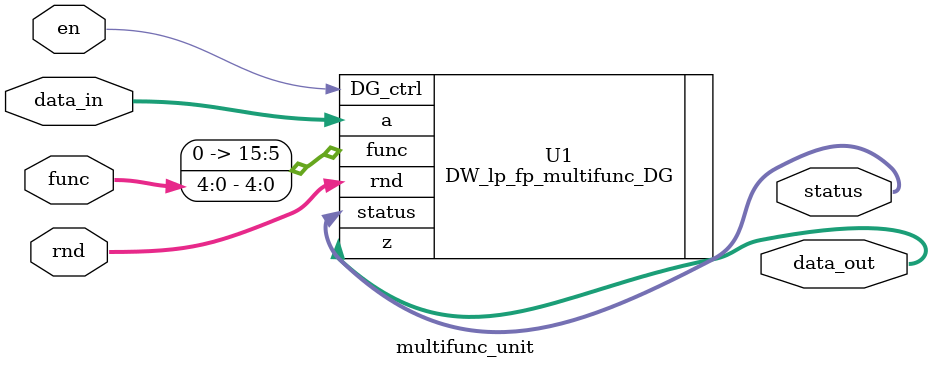
<source format=sv>
module multifunc_unit #(
  parameter SIG_WIDTH = 23,
  parameter EXP_WIDTH = 8,
  parameter IEEE_COMPLIANCE = 0
)(
  input logic [SIG_WIDTH + EXP_WIDTH : 0] data_in,
  input logic [4 : 0] func,
  input logic [2 : 0] rnd,
  input logic en,
  output logic [SIG_WIDTH + EXP_WIDTH : 0] data_out,
  output logic [7 : 0] status
);

  DW_lp_fp_multifunc_DG #(
    .sig_width(SIG_WIDTH),
    .exp_width(EXP_WIDTH),
    .ieee_compliance(IEEE_COMPLIANCE),
    .func_select(7'b11111),
    .pi_multiple(1'b0)
  ) U1 (
    .a(data_in),
    .func({{11{1'b0}}, func}),
    .rnd(rnd),
    .DG_ctrl(en),
    .z(data_out),
    .status(status)
  );

endmodule

</source>
